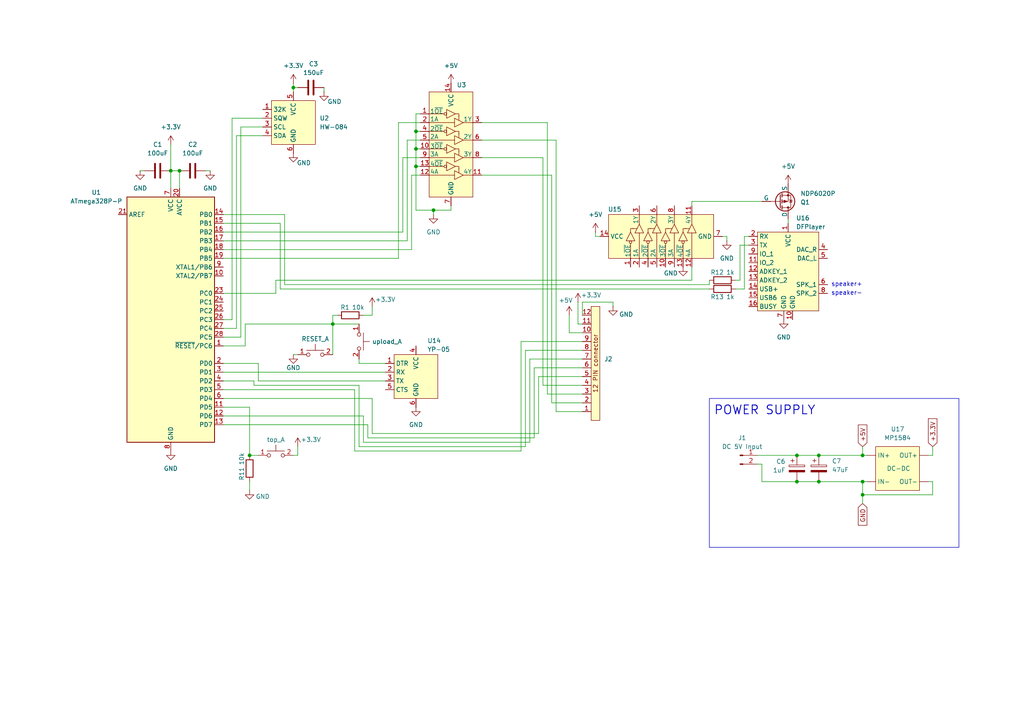
<source format=kicad_sch>
(kicad_sch (version 20250114) (generator "eeschema") (generator_version "9.0")
  (paper "A4")
  (lib_symbols
    (symbol "Connector:Conn_01x02_Pin" (pin_names (offset 1.016) (hide yes))
      (property "Reference" "J" (at 0 2.54 0))
      (property "Value" "Conn_01x02_Pin" (at 0 -5.08 0))
      (symbol "Conn_01x02_Pin_1_1"
        (rectangle (start 0.8636 0.127) (end 0 -0.127) (stroke (width 0.1524)) (fill (type outline)))
        (rectangle (start 0.8636 -2.413) (end 0 -2.667) (stroke (width 0.1524)) (fill (type outline)))
        (polyline (pts (xy 1.27 0) (xy 0.8636 0)) (stroke (width 0.1524)))
        (polyline (pts (xy 1.27 -2.54) (xy 0.8636 -2.54)) (stroke (width 0.1524)))
        (pin passive line (at 5.08 0 180) (length 3.81) (name "Pin_1") (number "1"))
        (pin passive line (at 5.08 -2.54 180) (length 3.81) (name "Pin_2") (number "2"))
      )
    )
    (symbol "CustomLib:12_Pin_IDC_male_connector"
      (property "Reference" "J" (at 0.762 1.016 0))
      (symbol "12_Pin_IDC_male_connector_1_1"
        (rectangle (start -1.27 0) (end 1.27 -33.02) (fill (type background)))
        (text "12 PIN connector" (at 0 -16.51 900) (effects (font (size 1.27 1.27))))
        (pin bidirectional line (at 3.81 -2.54 180) (length 2.54) (name "") (number "1"))
        (pin bidirectional line (at 3.81 -5.08 180) (length 2.54) (name "") (number "2"))
        (pin bidirectional line (at 3.81 -7.62 180) (length 2.54) (name "") (number "3"))
        (pin bidirectional line (at 3.81 -10.16 180) (length 2.54) (name "") (number "4"))
        (pin bidirectional line (at 3.81 -12.7 180) (length 2.54) (name "") (number "5"))
        (pin bidirectional line (at 3.81 -15.24 180) (length 2.54) (name "") (number "6"))
        (pin bidirectional line (at 3.81 -17.78 180) (length 2.54) (name "") (number "7"))
        (pin bidirectional line (at 3.81 -20.32 180) (length 2.54) (name "") (number "8"))
        (pin bidirectional line (at 3.81 -22.86 180) (length 2.54) (name "") (number "9"))
        (pin bidirectional line (at 3.81 -25.4 180) (length 2.54) (name "") (number "10"))
        (pin bidirectional line (at 3.81 -27.94 180) (length 2.54) (name "") (number "11"))
        (pin bidirectional line (at 3.81 -30.48 180) (length 2.54) (name "") (number "12"))
      )
    )
    (symbol "CustomLib:DFPlayer"
      (property "Reference" "U" (at 1.016 2.794 0))
      (property "Value" "DFPlayer" (at 1.016 0.762 0))
      (symbol "DFPlayer_1_1"
        (rectangle (start -8.89 0) (end 8.89 -22.86) (fill (type background)))
        (pin output line (at -11.43 -1.27 0) (length 2.54) (name "RX") (number "2"))
        (pin output line (at -11.43 -3.81 0) (length 2.54) (name "TX") (number "3"))
        (pin output line (at -11.43 -6.35 0) (length 2.54) (name "IO_1") (number "9"))
        (pin output line (at -11.43 -8.89 0) (length 2.54) (name "IO_2") (number "11"))
        (pin output line (at -11.43 -11.43 0) (length 2.54) (name "ADKEY_1") (number "12"))
        (pin output line (at -11.43 -13.97 0) (length 2.54) (name "ADKEY_2") (number "13"))
        (pin output line (at -11.43 -16.51 0) (length 2.54) (name "USB+") (number "14"))
        (pin output line (at -11.43 -19.05 0) (length 2.54) (name "USB6") (number "15"))
        (pin output line (at -11.43 -21.59 0) (length 2.54) (name "BUSY") (number "16"))
        (pin output line (at -1.27 -25.4 90) (length 2.54) (name "GND") (number "7"))
        (pin output line (at 0 2.54 270) (length 2.54) (name "VCC") (number "1"))
        (pin output line (at 1.27 -25.4 90) (length 2.54) (name "GND") (number "10"))
        (pin output line (at 11.43 -5.08 180) (length 2.54) (name "DAC_R") (number "4"))
        (pin output line (at 11.43 -7.62 180) (length 2.54) (name "DAC_L") (number "5"))
        (pin output line (at 11.43 -15.24 180) (length 2.54) (name "SPK_1") (number "6"))
        (pin output line (at 11.43 -17.78 180) (length 2.54) (name "SPK_2") (number "8"))
      )
    )
    (symbol "CustomLib:HW-084"
      (property "Reference" "U" (at 0.508 2.286 0))
      (property "Value" "HW-084" (at 0.508 0.508 0))
      (symbol "HW-084_1_1"
        (rectangle (start -6.35 0) (end 6.35 -12.7) (fill (type background)))
        (pin output line (at -8.89 -2.54 0) (length 2.54) (name "32K") (number "1"))
        (pin output line (at -8.89 -5.08 0) (length 2.54) (name "SQW") (number "2"))
        (pin input line (at -8.89 -7.62 0) (length 2.54) (name "SCL") (number "3"))
        (pin bidirectional line (at -8.89 -10.16 0) (length 2.54) (name "SDA") (number "4"))
        (pin output line (at 0 2.54 270) (length 2.54) (name "VCC") (number "5"))
        (pin output line (at 0 -15.24 90) (length 2.54) (name "GND") (number "6"))
      )
    )
    (symbol "CustomLib:MP1584"
      (property "Reference" "U" (at 0.508 2.286 0))
      (property "Value" "MP1584" (at 0.508 0.508 0))
      (symbol "MP1584_1_0"
        (pin input line (at 8.89 -10.16 180) (length 2.54) (name "OUT-") (number ""))
      )
      (symbol "MP1584_1_1"
        (rectangle (start -6.35 0) (end 6.35 -12.7) (fill (type background)))
        (text "DC-DC" (at 0.254 -6.35 0) (effects (font (size 1.27 1.27))))
        (pin input line (at -8.89 -2.54 0) (length 2.54) (name "IN+") (number ""))
        (pin input line (at -8.89 -10.16 0) (length 2.54) (name "IN-") (number ""))
        (pin input line (at 8.89 -2.54 180) (length 2.54) (name "OUT+") (number ""))
      )
    )
    (symbol "CustomLib:SN74AHCT125N"
      (property "Reference" "U" (at 1.016 -2.54 0))
      (property "Value" "SN74AHCT125N" (at 1.016 -4.318 0))
      (symbol "SN74AHCT125N_1_1"
        (rectangle (start -6.35 -5.08) (end 6.35 -35.56) (fill (type background)))
        (polyline (pts (xy -2.032 -11.43) (xy -6.604 -11.43)))
        (polyline (pts (xy -2.032 -16.51) (xy -6.604 -16.51)))
        (polyline (pts (xy -2.032 -21.59) (xy -6.604 -21.59)))
        (polyline (pts (xy -2.032 -26.67) (xy -6.604 -26.67)))
        (circle (center -1.651 -11.43) (radius 0.381))
        (circle (center -1.651 -16.51) (radius 0.381))
        (circle (center -1.651 -21.59) (radius 0.381))
        (circle (center -1.651 -26.67) (radius 0.381))
        (polyline (pts (xy -1.27 -10.16) (xy 1.27 -11.43) (xy -1.27 -12.7) (xy -1.27 -10.16)))
        (polyline (pts (xy -1.27 -15.24) (xy 1.27 -16.51) (xy -1.27 -17.78) (xy -1.27 -15.24)))
        (polyline (pts (xy -1.27 -20.32) (xy 1.27 -21.59) (xy -1.27 -22.86) (xy -1.27 -20.32)))
        (polyline (pts (xy -1.27 -25.4) (xy 1.27 -26.67) (xy -1.27 -27.94) (xy -1.27 -25.4)))
        (polyline (pts (xy 0.508 -13.97) (xy 0.508 -13.97)))
        (polyline (pts (xy 0.508 -19.05) (xy 0.508 -19.05)))
        (polyline (pts (xy 0.508 -24.13) (xy 0.508 -24.13)))
        (polyline (pts (xy 0.508 -29.21) (xy 0.508 -29.21)))
        (polyline (pts (xy 1.016 -12.7) (xy 3.556 -13.97) (xy 1.016 -15.24) (xy 1.016 -12.7)))
        (polyline (pts (xy 1.016 -13.97) (xy -6.604 -13.97)))
        (polyline (pts (xy 1.016 -17.78) (xy 3.556 -19.05) (xy 1.016 -20.32) (xy 1.016 -17.78)))
        (polyline (pts (xy 1.016 -19.05) (xy -6.604 -19.05)))
        (polyline (pts (xy 1.016 -22.86) (xy 3.556 -24.13) (xy 1.016 -25.4) (xy 1.016 -22.86)))
        (polyline (pts (xy 1.016 -24.13) (xy -6.604 -24.13)))
        (polyline (pts (xy 1.016 -27.94) (xy 3.556 -29.21) (xy 1.016 -30.48) (xy 1.016 -27.94)))
        (polyline (pts (xy 1.016 -29.21) (xy -6.604 -29.21)))
        (polyline (pts (xy 1.27 -11.43) (xy 2.286 -11.43) (xy 2.286 -12.192)))
        (polyline (pts (xy 1.27 -16.51) (xy 2.286 -16.51) (xy 2.286 -17.272)))
        (polyline (pts (xy 1.27 -21.59) (xy 2.286 -21.59) (xy 2.286 -22.352)))
        (polyline (pts (xy 1.27 -26.67) (xy 2.286 -26.67) (xy 2.286 -27.432)))
        (polyline (pts (xy 3.556 -13.97) (xy 6.35 -13.97)))
        (polyline (pts (xy 3.556 -19.05) (xy 6.604 -19.05)))
        (polyline (pts (xy 3.556 -24.13) (xy 6.604 -24.13)))
        (polyline (pts (xy 3.556 -29.21) (xy 6.604 -29.21)))
        (text "1~{OE}" (at -6.096 -11.43 0) (effects (font (size 1.27 1.27)) (justify left bottom)))
        (text "1A" (at -6.096 -13.716 0) (effects (font (size 1.27 1.27)) (justify left bottom)))
        (text "2~{OE}" (at -6.096 -16.51 0) (effects (font (size 1.27 1.27)) (justify left bottom)))
        (text "2A" (at -6.096 -18.796 0) (effects (font (size 1.27 1.27)) (justify left bottom)))
        (text "3~{OE}" (at -6.096 -21.59 0) (effects (font (size 1.27 1.27)) (justify left bottom)))
        (text "3A" (at -6.096 -23.876 0) (effects (font (size 1.27 1.27)) (justify left bottom)))
        (text "4~{OE}" (at -6.096 -26.67 0) (effects (font (size 1.27 1.27)) (justify left bottom)))
        (text "4A" (at -6.096 -28.956 0) (effects (font (size 1.27 1.27)) (justify left bottom)))
        (text "I\n" (at 2.286 -12.7 0) (effects (font (size 1.27 1.27))))
        (text "I\n" (at 2.286 -17.78 0) (effects (font (size 1.27 1.27))))
        (text "I\n" (at 2.286 -22.86 0) (effects (font (size 1.27 1.27))))
        (text "I\n" (at 2.286 -27.94 0) (effects (font (size 1.27 1.27))))
        (text "1Y" (at 6.096 -13.716 0) (effects (font (size 1.27 1.27)) (justify right bottom)))
        (text "2Y" (at 6.096 -18.796 0) (effects (font (size 1.27 1.27)) (justify right bottom)))
        (text "3Y" (at 6.096 -23.876 0) (effects (font (size 1.27 1.27)) (justify right bottom)))
        (text "4Y" (at 6.096 -28.956 0) (effects (font (size 1.27 1.27)) (justify right bottom)))
        (pin input line (at -8.89 -11.43 0) (length 2.54) (name "") (number "1"))
        (pin input line (at -8.89 -13.97 0) (length 2.54) (name "") (number "2"))
        (pin input line (at -8.89 -16.51 0) (length 2.54) (name "") (number "4"))
        (pin input line (at -8.89 -19.05 0) (length 2.54) (name "") (number "5"))
        (pin input line (at -8.89 -21.59 0) (length 2.54) (name "") (number "10"))
        (pin input line (at -8.89 -24.13 0) (length 2.54) (name "") (number "9"))
        (pin input line (at -8.89 -26.67 0) (length 2.54) (name "") (number "13"))
        (pin input line (at -8.89 -29.21 0) (length 2.54) (name "") (number "12"))
        (pin input line (at 0 -2.54 270) (length 2.54) (name "VCC") (number "14"))
        (pin input line (at 0 -38.1 90) (length 2.54) (name "GND") (number "7"))
        (pin output line (at 8.89 -13.97 180) (length 2.54) (name "") (number "3"))
        (pin output line (at 8.89 -19.05 180) (length 2.54) (name "") (number "6"))
        (pin output line (at 8.89 -24.13 180) (length 2.54) (name "") (number "8"))
        (pin output line (at 8.89 -29.21 180) (length 2.54) (name "") (number "11"))
      )
    )
    (symbol "CustomLib:YP-05"
      (property "Reference" "U" (at 0.254 2.286 0))
      (property "Value" "YP-05" (at 0.508 0.508 0))
      (symbol "YP-05_1_1"
        (rectangle (start -6.35 0) (end 6.35 -12.7) (fill (type background)))
        (pin input line (at -8.89 -2.54 0) (length 2.54) (name "DTR") (number "1"))
        (pin input line (at -8.89 -5.08 0) (length 2.54) (name "RX") (number "2"))
        (pin input line (at -8.89 -7.62 0) (length 2.54) (name "TX") (number "3"))
        (pin input line (at -8.89 -10.16 0) (length 2.54) (name "CTS") (number "5"))
        (pin input line (at 0 2.54 270) (length 2.54) (name "VCC") (number "4"))
        (pin input line (at 0 -15.24 90) (length 2.54) (name "GND") (number "6"))
      )
    )
    (symbol "Device:C" (pin_numbers (hide yes)) (pin_names (offset 0.254))
      (property "Reference" "C" (at 0.635 2.54 0))
      (property "Value" "C" (at 0.635 -2.54 0))
      (symbol "C_0_1"
        (polyline (pts (xy -2.032 0.762) (xy 2.032 0.762)) (stroke (width 0.508)))
        (polyline (pts (xy -2.032 -0.762) (xy 2.032 -0.762)) (stroke (width 0.508)))
      )
      (symbol "C_1_1"
        (pin passive line (at 0 3.81 270) (length 2.794) (name "~") (number "1"))
        (pin passive line (at 0 -3.81 90) (length 2.794) (name "~") (number "2"))
      )
    )
    (symbol "Device:C_Polarized" (pin_numbers (hide yes)) (pin_names (offset 0.254))
      (property "Reference" "C" (at 0.635 2.54 0))
      (property "Value" "C_Polarized" (at 0.635 -2.54 0))
      (symbol "C_Polarized_0_1"
        (rectangle (start -2.286 0.508) (end 2.286 1.016))
        (polyline (pts (xy -1.778 2.286) (xy -0.762 2.286)))
        (polyline (pts (xy -1.27 2.794) (xy -1.27 1.778)))
        (rectangle (start 2.286 -0.508) (end -2.286 -1.016) (fill (type outline)))
      )
      (symbol "C_Polarized_1_1"
        (pin passive line (at 0 3.81 270) (length 2.794) (name "~") (number "1"))
        (pin passive line (at 0 -3.81 90) (length 2.794) (name "~") (number "2"))
      )
    )
    (symbol "Device:R" (pin_numbers (hide yes)) (pin_names (offset 0))
      (property "Reference" "R" (at 2.032 0 90))
      (property "Value" "R" (at 0 0 90))
      (symbol "R_0_1"
        (rectangle (start -1.016 -2.54) (end 1.016 2.54) (stroke (width 0.254)))
      )
      (symbol "R_1_1"
        (pin passive line (at 0 3.81 270) (length 1.27) (name "~") (number "1"))
        (pin passive line (at 0 -3.81 90) (length 1.27) (name "~") (number "2"))
      )
    )
    (symbol "MCU_Microchip_ATmega:ATmega328P-P"
      (property "Reference" "U" (at -12.7 36.83 0))
      (property "Value" "ATmega328P-P" (at 2.54 -36.83 0))
      (symbol "ATmega328P-P_0_1"
        (rectangle (start -12.7 -35.56) (end 12.7 35.56) (stroke (width 0.254)) (fill (type background)))
      )
      (symbol "ATmega328P-P_1_1"
        (pin passive line (at -15.24 30.48 0) (length 2.54) (name "AREF") (number "21"))
        (pin power_in line (at 0 38.1 270) (length 2.54) (name "VCC") (number "7"))
        (pin passive line (at 0 -38.1 90) (length 2.54) (hide yes) (name "GND") (number "22"))
        (pin power_in line (at 0 -38.1 90) (length 2.54) (name "GND") (number "8"))
        (pin power_in line (at 2.54 38.1 270) (length 2.54) (name "AVCC") (number "20"))
        (pin bidirectional line (at 15.24 30.48 180) (length 2.54) (name "PB0") (number "14"))
        (pin bidirectional line (at 15.24 27.94 180) (length 2.54) (name "PB1") (number "15"))
        (pin bidirectional line (at 15.24 25.4 180) (length 2.54) (name "PB2") (number "16"))
        (pin bidirectional line (at 15.24 22.86 180) (length 2.54) (name "PB3") (number "17"))
        (pin bidirectional line (at 15.24 20.32 180) (length 2.54) (name "PB4") (number "18"))
        (pin bidirectional line (at 15.24 17.78 180) (length 2.54) (name "PB5") (number "19"))
        (pin bidirectional line (at 15.24 15.24 180) (length 2.54) (name "XTAL1/PB6") (number "9"))
        (pin bidirectional line (at 15.24 12.7 180) (length 2.54) (name "XTAL2/PB7") (number "10"))
        (pin bidirectional line (at 15.24 7.62 180) (length 2.54) (name "PC0") (number "23"))
        (pin bidirectional line (at 15.24 5.08 180) (length 2.54) (name "PC1") (number "24"))
        (pin bidirectional line (at 15.24 2.54 180) (length 2.54) (name "PC2") (number "25"))
        (pin bidirectional line (at 15.24 0 180) (length 2.54) (name "PC3") (number "26"))
        (pin bidirectional line (at 15.24 -2.54 180) (length 2.54) (name "PC4") (number "27"))
        (pin bidirectional line (at 15.24 -5.08 180) (length 2.54) (name "PC5") (number "28"))
        (pin bidirectional line (at 15.24 -7.62 180) (length 2.54) (name "~{RESET}/PC6") (number "1"))
        (pin bidirectional line (at 15.24 -12.7 180) (length 2.54) (name "PD0") (number "2"))
        (pin bidirectional line (at 15.24 -15.24 180) (length 2.54) (name "PD1") (number "3"))
        (pin bidirectional line (at 15.24 -17.78 180) (length 2.54) (name "PD2") (number "4"))
        (pin bidirectional line (at 15.24 -20.32 180) (length 2.54) (name "PD3") (number "5"))
        (pin bidirectional line (at 15.24 -22.86 180) (length 2.54) (name "PD4") (number "6"))
        (pin bidirectional line (at 15.24 -25.4 180) (length 2.54) (name "PD5") (number "11"))
        (pin bidirectional line (at 15.24 -27.94 180) (length 2.54) (name "PD6") (number "12"))
        (pin bidirectional line (at 15.24 -30.48 180) (length 2.54) (name "PD7") (number "13"))
      )
    )
    (symbol "Simulation_SPICE:PMOS" (pin_numbers (hide yes)) (pin_names (offset 0))
      (property "Reference" "Q" (at 5.08 1.27 0))
      (property "Value" "PMOS" (at 5.08 -1.27 0))
      (symbol "PMOS_0_1"
        (polyline (pts (xy 0.254 1.905) (xy 0.254 -1.905)) (stroke (width 0.254)))
        (polyline (pts (xy 0.254 0) (xy -2.54 0)))
        (polyline (pts (xy 0.762 2.286) (xy 0.762 1.27)) (stroke (width 0.254)))
        (polyline (pts (xy 0.762 1.778) (xy 3.302 1.778) (xy 3.302 -1.778) (xy 0.762 -1.778)))
        (polyline (pts (xy 0.762 0.508) (xy 0.762 -0.508)) (stroke (width 0.254)))
        (polyline (pts (xy 0.762 -1.27) (xy 0.762 -2.286)) (stroke (width 0.254)))
        (circle (center 1.651 0) (radius 2.794) (stroke (width 0.254)))
        (polyline (pts (xy 2.286 0) (xy 1.27 0.381) (xy 1.27 -0.381) (xy 2.286 0)) (fill (type outline)))
        (polyline (pts (xy 2.54 2.54) (xy 2.54 1.778)))
        (circle (center 2.54 1.778) (radius 0.254) (fill (type outline)))
        (circle (center 2.54 -1.778) (radius 0.254) (fill (type outline)))
        (polyline (pts (xy 2.54 -2.54) (xy 2.54 0) (xy 0.762 0)))
        (polyline (pts (xy 2.794 -0.508) (xy 2.921 -0.381) (xy 3.683 -0.381) (xy 3.81 -0.254)))
        (polyline (pts (xy 3.302 -0.381) (xy 2.921 0.254) (xy 3.683 0.254) (xy 3.302 -0.381)))
      )
      (symbol "PMOS_1_1"
        (pin input line (at -5.08 0 0) (length 2.54) (name "G") (number "2"))
        (pin passive line (at 2.54 5.08 270) (length 2.54) (name "D") (number "1"))
        (pin passive line (at 2.54 -5.08 90) (length 2.54) (name "S") (number "3"))
      )
    )
    (symbol "Switch:SW_Push_Dual_x2" (pin_names (offset 1.016) (hide yes))
      (property "Reference" "SW" (at 1.27 2.54 0))
      (property "Value" "SW_Push_Dual_x2" (at 0 -1.524 0))
      (symbol "SW_Push_Dual_x2_0_1"
        (circle (center -2.032 0) (radius 0.508))
        (polyline (pts (xy 0 1.27) (xy 0 3.048)))
        (circle (center 2.032 0) (radius 0.508))
        (polyline (pts (xy 2.54 1.27) (xy -2.54 1.27)))
      )
      (symbol "SW_Push_Dual_x2_1_1"
        (pin passive line (at -5.08 0 0) (length 2.54) (name "C") (number "1"))
        (pin passive line (at 5.08 0 180) (length 2.54) (name "D") (number "2"))
      )
      (symbol "SW_Push_Dual_x2_2_1"
        (pin passive line (at -5.08 0 0) (length 2.54) (name "C") (number "3"))
        (pin passive line (at 5.08 0 180) (length 2.54) (name "D") (number "4"))
      )
    )
    (symbol "power:+3.3V" (power) (pin_numbers (hide yes)) (pin_names (offset 0) (hide yes))
      (property "Value" "+3.3V" (at 0 3.556 0))
      (symbol "+3.3V_0_1"
        (polyline (pts (xy -0.762 1.27) (xy 0 2.54)))
        (polyline (pts (xy 0 2.54) (xy 0.762 1.27)))
        (polyline (pts (xy 0 0) (xy 0 2.54)))
      )
      (symbol "+3.3V_1_1"
        (pin power_in line (at 0 0 90) (length 0) (name "~") (number "1"))
      )
    )
    (symbol "power:+5V" (power) (pin_numbers (hide yes)) (pin_names (offset 0) (hide yes))
      (property "Value" "+5V" (at 0 3.556 0))
      (symbol "+5V_0_1"
        (polyline (pts (xy -0.762 1.27) (xy 0 2.54)))
        (polyline (pts (xy 0 2.54) (xy 0.762 1.27)))
        (polyline (pts (xy 0 0) (xy 0 2.54)))
      )
      (symbol "+5V_1_1"
        (pin power_in line (at 0 0 90) (length 0) (name "~") (number "1"))
      )
    )
    (symbol "power:GND" (power) (pin_numbers (hide yes)) (pin_names (offset 0) (hide yes))
      (property "Value" "GND" (at 0 -3.81 0))
      (symbol "GND_0_1"
        (polyline (pts (xy 0 0) (xy 0 -1.27) (xy 1.27 -1.27) (xy 0 -2.54) (xy -1.27 -1.27) (xy 0 -1.27)))
      )
      (symbol "GND_1_1"
        (pin power_in line (at 0 0 270) (length 0) (name "~") (number "1"))
      )
    )
  )
  (rectangle (start 205.74 115.57) (end 278.13 158.75))
  (text "POWER SUPPLY" (at 207.01 117.602 0) (effects (font (size 2.54 2.54) (thickness 0.254) (bold yes)) (justify left top)))
  (text "speaker+" (at 245.618 82.55 0) (effects (font (size 1.27 1.27))))
  (text "speaker-" (at 245.618 85.09 0) (effects (font (size 1.27 1.27))))
  (junction (at 120.65 38.1))
  (junction (at 49.53 49.53))
  (junction (at 250.19 143.51))
  (junction (at 125.73 60.96))
  (junction (at 250.19 139.7))
  (junction (at 120.65 48.26))
  (junction (at 231.14 139.7))
  (junction (at 52.07 49.53))
  (junction (at 72.39 132.08))
  (junction (at 85.09 25.4))
  (junction (at 231.14 132.08))
  (junction (at 250.19 132.08))
  (junction (at 237.49 139.7))
  (junction (at 237.49 132.08))
  (junction (at 96.52 93.98))
  (junction (at 120.65 43.18))
  (wire (pts (xy 85.09 102.87) (xy 86.36 102.87)))
  (wire (pts (xy 64.77 123.19) (xy 106.68 123.19)))
  (wire (pts (xy 107.95 91.44) (xy 107.95 88.9)))
  (wire (pts (xy 151.13 99.06) (xy 168.91 99.06)))
  (wire (pts (xy 168.91 87.63) (xy 177.8 87.63)))
  (wire (pts (xy 64.77 120.65) (xy 105.41 120.65)))
  (wire (pts (xy 160.02 116.84) (xy 168.91 116.84)))
  (wire (pts (xy 64.77 113.03) (xy 102.87 113.03)))
  (wire (pts (xy 76.2 36.83) (xy 69.85 36.83)))
  (wire (pts (xy 85.09 132.08) (xy 86.36 132.08)))
  (wire (pts (xy 119.38 50.8) (xy 121.92 50.8)))
  (wire (pts (xy 64.77 64.77) (xy 81.28 64.77)))
  (wire (pts (xy 76.2 34.29) (xy 67.31 34.29)))
  (wire (pts (xy 125.73 62.23) (xy 125.73 60.96)))
  (wire (pts (xy 120.65 60.96) (xy 125.73 60.96)))
  (wire (pts (xy 107.95 125.73) (xy 156.21 125.73)))
  (wire (pts (xy 104.14 111.76) (xy 104.14 129.54)))
  (wire (pts (xy 106.68 123.19) (xy 106.68 127)))
  (wire (pts (xy 102.87 113.03) (xy 102.87 130.81)))
  (wire (pts (xy 205.74 82.55) (xy 205.74 81.28)))
  (wire (pts (xy 200.66 58.42) (xy 220.98 58.42)))
  (wire (pts (xy 85.09 25.4) (xy 85.09 26.67)))
  (wire (pts (xy 111.76 110.49) (xy 74.93 110.49)))
  (wire (pts (xy 81.28 64.77) (xy 81.28 83.82)))
  (wire (pts (xy 231.14 132.08) (xy 237.49 132.08)))
  (wire (pts (xy 64.77 67.31) (xy 116.84 67.31)))
  (wire (pts (xy 270.51 132.08) (xy 270.51 129.54)))
  (wire (pts (xy 200.66 59.69) (xy 200.66 58.42)))
  (wire (pts (xy 82.55 82.55) (xy 82.55 62.23)))
  (wire (pts (xy 107.95 115.57) (xy 107.95 125.73)))
  (wire (pts (xy 106.68 127) (xy 154.94 127)))
  (wire (pts (xy 156.21 109.22) (xy 168.91 109.22)))
  (wire (pts (xy 214.63 81.28) (xy 214.63 71.12)))
  (wire (pts (xy 60.96 49.53) (xy 59.69 49.53)))
  (wire (pts (xy 72.39 132.08) (xy 74.93 132.08)))
  (wire (pts (xy 71.12 93.98) (xy 71.12 100.33)))
  (wire (pts (xy 215.9 83.82) (xy 215.9 68.58)))
  (wire (pts (xy 71.12 100.33) (xy 64.77 100.33)))
  (wire (pts (xy 270.51 143.51) (xy 250.19 143.51)))
  (wire (pts (xy 130.81 60.96) (xy 130.81 59.69)))
  (wire (pts (xy 80.01 85.09) (xy 64.77 85.09)))
  (wire (pts (xy 74.93 110.49) (xy 74.93 105.41)))
  (wire (pts (xy 153.67 128.27) (xy 153.67 104.14)))
  (wire (pts (xy 105.41 91.44) (xy 107.95 91.44)))
  (wire (pts (xy 73.66 111.76) (xy 104.14 111.76)))
  (wire (pts (xy 85.09 25.4) (xy 86.36 25.4)))
  (wire (pts (xy 213.36 83.82) (xy 215.9 83.82)))
  (wire (pts (xy 49.53 49.53) (xy 52.07 49.53)))
  (wire (pts (xy 81.28 83.82) (xy 205.74 83.82)))
  (wire (pts (xy 111.76 105.41) (xy 104.14 105.41)))
  (wire (pts (xy 120.65 43.18) (xy 120.65 48.26)))
  (wire (pts (xy 72.39 139.7) (xy 72.39 142.24)))
  (wire (pts (xy 49.53 41.91) (xy 49.53 49.53)))
  (wire (pts (xy 120.65 33.02) (xy 120.65 38.1)))
  (wire (pts (xy 85.09 24.13) (xy 85.09 25.4)))
  (wire (pts (xy 250.19 132.08) (xy 251.46 132.08)))
  (wire (pts (xy 105.41 120.65) (xy 105.41 128.27)))
  (wire (pts (xy 139.7 40.64) (xy 161.29 40.64)))
  (wire (pts (xy 139.7 35.56) (xy 158.75 35.56)))
  (wire (pts (xy 41.91 49.53) (xy 40.64 49.53)))
  (wire (pts (xy 165.1 96.52) (xy 168.91 96.52)))
  (wire (pts (xy 118.11 40.64) (xy 121.92 40.64)))
  (wire (pts (xy 250.19 143.51) (xy 250.19 146.05)))
  (wire (pts (xy 250.19 139.7) (xy 250.19 143.51)))
  (wire (pts (xy 104.14 105.41) (xy 104.14 104.14)))
  (wire (pts (xy 52.07 49.53) (xy 52.07 54.61)))
  (wire (pts (xy 250.19 139.7) (xy 251.46 139.7)))
  (wire (pts (xy 228.6 63.5) (xy 228.6 64.77)))
  (wire (pts (xy 154.94 127) (xy 154.94 106.68)))
  (wire (pts (xy 139.7 45.72) (xy 157.48 45.72)))
  (wire (pts (xy 269.24 132.08) (xy 270.51 132.08)))
  (wire (pts (xy 64.77 105.41) (xy 74.93 105.41)))
  (wire (pts (xy 97.79 91.44) (xy 96.52 91.44)))
  (wire (pts (xy 237.49 132.08) (xy 250.19 132.08)))
  (wire (pts (xy 67.31 34.29) (xy 67.31 92.71)))
  (wire (pts (xy 151.13 130.81) (xy 151.13 99.06)))
  (wire (pts (xy 220.98 139.7) (xy 231.14 139.7)))
  (wire (pts (xy 161.29 119.38) (xy 168.91 119.38)))
  (wire (pts (xy 93.98 25.4) (xy 93.98 26.67)))
  (wire (pts (xy 102.87 130.81) (xy 151.13 130.81)))
  (wire (pts (xy 172.72 67.31) (xy 172.72 68.58)))
  (wire (pts (xy 121.92 38.1) (xy 120.65 38.1)))
  (wire (pts (xy 96.52 93.98) (xy 104.14 93.98)))
  (wire (pts (xy 120.65 38.1) (xy 120.65 43.18)))
  (wire (pts (xy 214.63 71.12) (xy 217.17 71.12)))
  (wire (pts (xy 158.75 114.3) (xy 168.91 114.3)))
  (wire (pts (xy 156.21 125.73) (xy 156.21 109.22)))
  (wire (pts (xy 157.48 45.72) (xy 157.48 111.76)))
  (wire (pts (xy 104.14 129.54) (xy 152.4 129.54)))
  (wire (pts (xy 68.58 39.37) (xy 68.58 95.25)))
  (wire (pts (xy 153.67 104.14) (xy 168.91 104.14)))
  (wire (pts (xy 167.64 87.63) (xy 167.64 93.98)))
  (wire (pts (xy 72.39 118.11) (xy 72.39 132.08)))
  (wire (pts (xy 200.66 77.47) (xy 200.66 81.28)))
  (wire (pts (xy 139.7 50.8) (xy 160.02 50.8)))
  (wire (pts (xy 205.74 82.55) (xy 82.55 82.55)))
  (wire (pts (xy 118.11 40.64) (xy 118.11 69.85)))
  (wire (pts (xy 64.77 107.95) (xy 111.76 107.95)))
  (wire (pts (xy 154.94 106.68) (xy 168.91 106.68)))
  (wire (pts (xy 172.72 68.58) (xy 173.99 68.58)))
  (wire (pts (xy 69.85 36.83) (xy 69.85 97.79)))
  (wire (pts (xy 177.8 87.63) (xy 177.8 88.9)))
  (wire (pts (xy 237.49 139.7) (xy 250.19 139.7)))
  (wire (pts (xy 64.77 74.93) (xy 115.57 74.93)))
  (wire (pts (xy 231.14 139.7) (xy 237.49 139.7)))
  (wire (pts (xy 68.58 95.25) (xy 64.77 95.25)))
  (wire (pts (xy 165.1 91.44) (xy 165.1 96.52)))
  (wire (pts (xy 67.31 92.71) (xy 64.77 92.71)))
  (wire (pts (xy 73.66 110.49) (xy 73.66 111.76)))
  (wire (pts (xy 76.2 39.37) (xy 68.58 39.37)))
  (wire (pts (xy 71.12 93.98) (xy 96.52 93.98)))
  (wire (pts (xy 152.4 129.54) (xy 152.4 101.6)))
  (wire (pts (xy 158.75 35.56) (xy 158.75 114.3)))
  (wire (pts (xy 220.98 134.62) (xy 220.98 139.7)))
  (wire (pts (xy 125.73 60.96) (xy 130.81 60.96)))
  (wire (pts (xy 219.71 132.08) (xy 231.14 132.08)))
  (wire (pts (xy 86.36 132.08) (xy 86.36 129.54)))
  (wire (pts (xy 210.82 68.58) (xy 210.82 69.85)))
  (wire (pts (xy 64.77 118.11) (xy 72.39 118.11)))
  (wire (pts (xy 115.57 35.56) (xy 121.92 35.56)))
  (wire (pts (xy 157.48 111.76) (xy 168.91 111.76)))
  (wire (pts (xy 82.55 62.23) (xy 64.77 62.23)))
  (wire (pts (xy 209.55 68.58) (xy 210.82 68.58)))
  (wire (pts (xy 96.52 91.44) (xy 96.52 93.98)))
  (wire (pts (xy 96.52 93.98) (xy 96.52 102.87)))
  (wire (pts (xy 269.24 139.7) (xy 270.51 139.7)))
  (wire (pts (xy 69.85 97.79) (xy 64.77 97.79)))
  (wire (pts (xy 121.92 33.02) (xy 120.65 33.02)))
  (wire (pts (xy 80.01 81.28) (xy 80.01 85.09)))
  (wire (pts (xy 119.38 50.8) (xy 119.38 72.39)))
  (wire (pts (xy 167.64 93.98) (xy 168.91 93.98)))
  (wire (pts (xy 80.01 81.28) (xy 200.66 81.28)))
  (wire (pts (xy 152.4 101.6) (xy 168.91 101.6)))
  (wire (pts (xy 64.77 115.57) (xy 107.95 115.57)))
  (wire (pts (xy 116.84 45.72) (xy 121.92 45.72)))
  (wire (pts (xy 250.19 129.54) (xy 250.19 132.08)))
  (wire (pts (xy 115.57 74.93) (xy 115.57 35.56)))
  (wire (pts (xy 120.65 48.26) (xy 121.92 48.26)))
  (wire (pts (xy 118.11 69.85) (xy 64.77 69.85)))
  (wire (pts (xy 49.53 49.53) (xy 49.53 54.61)))
  (wire (pts (xy 116.84 45.72) (xy 116.84 67.31)))
  (wire (pts (xy 215.9 68.58) (xy 217.17 68.58)))
  (wire (pts (xy 105.41 128.27) (xy 153.67 128.27)))
  (wire (pts (xy 161.29 40.64) (xy 161.29 119.38)))
  (wire (pts (xy 120.65 48.26) (xy 120.65 60.96)))
  (wire (pts (xy 219.71 134.62) (xy 220.98 134.62)))
  (wire (pts (xy 213.36 81.28) (xy 214.63 81.28)))
  (wire (pts (xy 120.65 43.18) (xy 121.92 43.18)))
  (wire (pts (xy 64.77 110.49) (xy 73.66 110.49)))
  (wire (pts (xy 160.02 50.8) (xy 160.02 116.84)))
  (wire (pts (xy 168.91 91.44) (xy 168.91 87.63)))
  (wire (pts (xy 270.51 139.7) (xy 270.51 143.51)))
  (wire (pts (xy 64.77 72.39) (xy 119.38 72.39)))
  (global_label "+3.3V" (shape input) (at 270.51 129.54 90) (property "Intersheetrefs" "${INTERSHEET_REFS}" (effects (hide yes))))
  (global_label "GND" (shape input) (at 250.19 146.05 270) (property "Intersheetrefs" "${INTERSHEET_REFS}" (effects (hide yes))))
  (global_label "+5V" (shape input) (at 250.19 129.54 90) (property "Intersheetrefs" "${INTERSHEET_REFS}" (effects (hide yes))))
  (symbol (lib_id "CustomLib:DFPlayer") (at 228.6 67.31 0) (unit 1)
    (property "Reference" "U16" (at 230.886 63.246 0) (effects (justify left)))
    (property "Value" "DFPlayer" (at 230.886 65.786 0) (effects (justify left)))
  )
  (symbol (lib_id "Device:C") (at 55.88 49.53 90) (unit 1)
    (property "Reference" "C2" (at 55.88 41.91 90))
    (property "Value" "100uF" (at 55.88 44.45 90))
    (property "Description" "Unpolarized capacitor" (effects (hide yes)))
  )
  (symbol (lib_id "power:GND") (at 198.12 77.47 0) (unit 1)
    (property "Reference" "#PWR015" (effects (hide yes)))
    (property "Value" "GND" (at 194.564 79.248 0))
    (property "Description" "Power symbol creates a global label with name \"GND\" , ground" (effects (hide yes)))
  )
  (symbol (lib_id "power:GND") (at 93.98 26.67 0) (unit 1)
    (property "Reference" "#PWR026" (effects (hide yes)))
    (property "Value" "GND" (at 97.028 29.464 0))
    (property "Description" "Power symbol creates a global label with name \"GND\" , ground" (effects (hide yes)))
  )
  (symbol (lib_id "Device:R") (at 101.6 91.44 90) (unit 1)
    (property "Reference" "R1" (at 100.076 89.154 90))
    (property "Value" "10k" (at 103.886 89.154 90))
    (property "Description" "Resistor" (effects (hide yes)))
  )
  (symbol (lib_id "power:GND") (at 177.8 88.9 0) (unit 1)
    (property "Reference" "#PWR07" (effects (hide yes)))
    (property "Value" "GND" (at 181.61 91.186 0))
    (property "Description" "Power symbol creates a global label with name \"GND\" , ground" (effects (hide yes)))
  )
  (symbol (lib_id "Device:C_Polarized") (at 231.14 135.89 0) (unit 1)
    (property "Reference" "C6" (at 227.838 133.858 0) (effects (justify right)))
    (property "Value" "1uF" (at 227.838 136.398 0) (effects (justify right)))
    (property "Description" "Polarized capacitor" (effects (hide yes)))
  )
  (symbol (lib_id "CustomLib:MP1584") (at 260.35 129.54 0) (unit 1)
    (property "Reference" "U17" (at 260.35 124.46 0))
    (property "Value" "MP1584" (at 260.35 127 0))
    (property "Description" "DC-DC Step Down Power 3A MP1584 Adjustable" (effects (hide yes)))
  )
  (symbol (lib_id "power:GND") (at 40.64 49.53 0) (unit 1)
    (property "Reference" "#PWR02" (effects (hide yes)))
    (property "Value" "GND" (at 40.64 54.61 0))
    (property "Description" "Power symbol creates a global label with name \"GND\" , ground" (effects (hide yes)))
  )
  (symbol (lib_id "power:+5V") (at 228.6 53.34 0) (unit 1)
    (property "Reference" "#PWR06" (effects (hide yes)))
    (property "Value" "+5V" (at 228.6 48.26 0))
    (property "Description" "Power symbol creates a global label with name \"+5V\"" (effects (hide yes)))
  )
  (symbol (lib_id "Simulation_SPICE:PMOS") (at 226.06 58.42 0) (mirror x) (unit 1)
    (property "Reference" "Q1" (at 232.156 58.674 0) (effects (justify left)))
    (property "Value" "NDP6020P" (at 232.156 56.134 0) (effects (justify left)))
    (property "Datasheet" "https://ngspice.sourceforge.io/docs/ngspice-html-manual/manual.xhtml#cha_MOSFETs" (effects (hide yes)))
    (property "Description" "P-MOSFET transistor, drain/source/gate" (effects (hide yes)))
    (property "Sim.Device" "PMOS" (effects (hide yes)))
    (property "Sim.Type" "VDMOS" (effects (hide yes)))
    (property "Sim.Pins" "1=D 2=G 3=S" (effects (hide yes)))
  )
  (symbol (lib_id "Device:C") (at 90.17 25.4 90) (unit 1)
    (property "Reference" "C3" (at 90.932 18.542 90))
    (property "Value" "150uF" (at 90.932 21.082 90))
    (property "Description" "Unpolarized capacitor" (effects (hide yes)))
  )
  (symbol (lib_id "power:GND") (at 120.65 118.11 0) (unit 1)
    (property "Reference" "#PWR028" (effects (hide yes)))
    (property "Value" "GND" (at 120.65 123.19 0))
    (property "Description" "Power symbol creates a global label with name \"GND\" , ground" (effects (hide yes)))
  )
  (symbol (lib_id "power:+3.3V") (at 86.36 129.54 0) (unit 1)
    (property "Reference" "#PWR05" (effects (hide yes)))
    (property "Value" "+3.3V" (at 90.17 127.508 0))
    (property "Description" "Power symbol creates a global label with name \"+3.3V\"" (effects (hide yes)))
  )
  (symbol (lib_id "power:+3.3V") (at 107.95 88.9 0) (unit 1)
    (property "Reference" "#PWR030" (effects (hide yes)))
    (property "Value" "+3.3V" (at 111.76 86.868 0))
    (property "Description" "Power symbol creates a global label with name \"+3.3V\"" (effects (hide yes)))
  )
  (symbol (lib_id "power:GND") (at 72.39 142.24 0) (unit 1)
    (property "Reference" "#PWR022" (effects (hide yes)))
    (property "Value" "GND" (at 76.2 144.018 0))
    (property "Description" "Power symbol creates a global label with name \"GND\" , ground" (effects (hide yes)))
  )
  (symbol (lib_id "power:+3.3V") (at 85.09 24.13 0) (unit 1)
    (property "Reference" "#PWR023" (effects (hide yes)))
    (property "Value" "+3.3V" (at 85.09 19.05 0))
    (property "Description" "Power symbol creates a global label with name \"+3.3V\"" (effects (hide yes)))
  )
  (symbol (lib_id "Device:R") (at 209.55 83.82 90) (unit 1)
    (property "Reference" "R13" (at 208.026 86.106 90))
    (property "Value" "1k" (at 211.836 86.106 90))
    (property "Description" "Resistor" (effects (hide yes)))
  )
  (symbol (lib_id "power:+5V") (at 165.1 91.44 0) (unit 1)
    (property "Reference" "#PWR09" (effects (hide yes)))
    (property "Value" "+5V" (at 164.084 87.122 0))
    (property "Description" "Power symbol creates a global label with name \"+5V\"" (effects (hide yes)))
  )
  (symbol (lib_id "power:GND") (at 85.09 102.87 0) (unit 1)
    (property "Reference" "#PWR029" (effects (hide yes)))
    (property "Value" "GND" (at 85.09 106.68 0))
    (property "Description" "Power symbol creates a global label with name \"GND\" , ground" (effects (hide yes)))
  )
  (symbol (lib_id "CustomLib:YP-05") (at 120.65 102.87 0) (unit 1)
    (property "Reference" "U14" (at 123.952 98.806 0) (effects (justify left)))
    (property "Value" "YP-05" (at 123.952 101.346 0) (effects (justify left)))
    (property "Description" "YP-05 FTDI FT232L USB C to TTL UART" (effects (hide yes)))
  )
  (symbol (lib_id "CustomLib:SN74AHCT125N") (at 171.45 68.58 90) (unit 1)
    (property "Reference" "U15" (at 178.308 60.706 90))
  )
  (symbol (lib_id "Device:R") (at 72.39 135.89 180) (unit 1)
    (property "Reference" "R11" (at 70.104 137.414 90))
    (property "Value" "10k" (at 70.104 133.096 90))
    (property "Description" "Resistor" (effects (hide yes)))
  )
  (symbol (lib_id "power:+5V") (at 172.72 67.31 0) (unit 1)
    (property "Reference" "#PWR08" (effects (hide yes)))
    (property "Value" "+5V" (at 172.72 62.23 0))
    (property "Description" "Power symbol creates a global label with name \"+5V\"" (effects (hide yes)))
  )
  (symbol (lib_id "Device:R") (at 209.55 81.28 90) (unit 1)
    (property "Reference" "R12" (at 208.026 78.994 90))
    (property "Value" "1k" (at 211.836 78.994 90))
    (property "Description" "Resistor" (effects (hide yes)))
  )
  (symbol (lib_id "CustomLib:HW-084") (at 85.09 29.21 0) (unit 1)
    (property "Reference" "U2" (at 92.71 34.2899 0) (effects (justify left)))
    (property "Value" "HW-084" (at 92.71 36.8299 0) (effects (justify left)))
    (property "Description" "DS3231 RTC module +AT24C32 EEPROM" (effects (hide yes)))
  )
  (symbol (lib_id "power:+5V") (at 130.81 24.13 0) (unit 1)
    (property "Reference" "#PWR011" (effects (hide yes)))
    (property "Value" "+5V" (at 130.81 19.05 0))
    (property "Description" "Power symbol creates a global label with name \"+5V\"" (effects (hide yes)))
  )
  (symbol (lib_id "Switch:SW_Push_Dual_x2") (at 104.14 99.06 270) (unit 1)
    (property "Reference" "upload_" (at 112.268 99.06 90))
    (property "Value" "SW_Push_Dual_x2" (effects (hide yes)))
    (property "Description" "Push button switch, generic, separate symbols, four pins" (effects (hide yes)))
  )
  (symbol (lib_id "power:GND") (at 85.09 44.45 0) (unit 1)
    (property "Reference" "#PWR027" (effects (hide yes)))
    (property "Value" "GND" (at 88.138 47.244 0))
    (property "Description" "Power symbol creates a global label with name \"GND\" , ground" (effects (hide yes)))
  )
  (symbol (lib_id "Switch:SW_Push_Dual_x2") (at 80.01 132.08 0) (unit 1)
    (property "Reference" "top_" (at 80.01 127.508 0))
    (property "Value" "SW_Push_Dual_x2" (effects (hide yes)))
    (property "Description" "Push button switch, generic, separate symbols, four pins" (effects (hide yes)))
  )
  (symbol (lib_id "power:GND") (at 210.82 69.85 0) (unit 1)
    (property "Reference" "#PWR013" (effects (hide yes)))
    (property "Value" "GND" (at 210.82 74.93 0))
    (property "Description" "Power symbol creates a global label with name \"GND\" , ground" (effects (hide yes)))
  )
  (symbol (lib_id "Device:C") (at 45.72 49.53 90) (unit 1)
    (property "Reference" "C1" (at 45.72 41.91 90))
    (property "Value" "100uF" (at 45.72 44.45 90))
    (property "Description" "Unpolarized capacitor" (effects (hide yes)))
  )
  (symbol (lib_id "power:GND") (at 125.73 62.23 0) (unit 1)
    (property "Reference" "#PWR010" (effects (hide yes)))
    (property "Value" "GND" (at 125.73 67.31 0))
    (property "Description" "Power symbol creates a global label with name \"GND\" , ground" (effects (hide yes)))
  )
  (symbol (lib_id "power:GND") (at 227.33 92.71 0) (unit 1)
    (property "Reference" "#PWR014" (effects (hide yes)))
    (property "Value" "GND" (at 227.33 97.79 0))
    (property "Description" "Power symbol creates a global label with name \"GND\" , ground" (effects (hide yes)))
  )
  (symbol (lib_id "CustomLib:SN74AHCT125N") (at 130.81 21.59 0) (unit 1)
    (property "Reference" "U3" (at 133.858 24.638 0))
  )
  (symbol (lib_id "MCU_Microchip_ATmega:ATmega328P-P") (at 49.53 92.71 0) (unit 1)
    (property "Reference" "U1" (at 27.94 55.8098 0))
    (property "Value" "ATmega328P-P" (at 27.94 58.3498 0))
    (property "Footprint" "Package_DIP:DIP-28_W7.62mm" (effects (hide yes)))
    (property "Datasheet" "http://ww1.microchip.com/downloads/en/DeviceDoc/ATmega328_P%20AVR%20MCU%20with%20picoPower%20Technology%20Data%20Sheet%2040001984A.pdf" (effects (hide yes)))
    (property "Description" "20MHz, 32kB Flash, 2kB SRAM, 1kB EEPROM, DIP-28" (effects (hide yes)))
  )
  (symbol (lib_id "CustomLib:12_Pin_IDC_male_connector") (at 172.72 121.92 180) (unit 1)
    (property "Reference" "J2" (at 175.26 104.1399 0) (effects (justify right)))
  )
  (symbol (lib_id "power:GND") (at 60.96 49.53 0) (unit 1)
    (property "Reference" "#PWR03" (effects (hide yes)))
    (property "Value" "GND" (at 60.96 54.61 0))
    (property "Description" "Power symbol creates a global label with name \"GND\" , ground" (effects (hide yes)))
  )
  (symbol (lib_id "Connector:Conn_01x02_Pin") (at 214.63 132.08 0) (unit 1)
    (property "Reference" "J1" (at 215.265 127 0))
    (property "Value" "DC 5V Input" (at 215.265 129.54 0))
    (property "Description" "Generic connector, single row, 01x02, script generated" (effects (hide yes)))
  )
  (symbol (lib_id "Switch:SW_Push_Dual_x2") (at 91.44 102.87 0) (unit 1)
    (property "Reference" "RESET_" (at 91.44 98.298 0))
    (property "Value" "SW_Push_Dual_x2" (effects (hide yes)))
    (property "Description" "Push button switch, generic, separate symbols, four pins" (effects (hide yes)))
  )
  (symbol (lib_id "power:+3.3V") (at 49.53 41.91 0) (unit 1)
    (property "Reference" "#PWR04" (effects (hide yes)))
    (property "Value" "+3.3V" (at 49.53 36.83 0))
    (property "Description" "Power symbol creates a global label with name \"+3.3V\"" (effects (hide yes)))
  )
  (symbol (lib_id "power:GND") (at 49.53 130.81 0) (unit 1)
    (property "Reference" "#PWR01" (effects (hide yes)))
    (property "Value" "GND" (at 49.53 135.89 0))
    (property "Description" "Power symbol creates a global label with name \"GND\" , ground" (effects (hide yes)))
  )
  (symbol (lib_id "Device:C_Polarized") (at 237.49 135.89 0) (unit 1)
    (property "Reference" "C7" (at 241.3 133.7309 0) (effects (justify left)))
    (property "Value" "47uF" (at 241.3 136.2709 0) (effects (justify left)))
    (property "Description" "Polarized capacitor" (effects (hide yes)))
  )
  (symbol (lib_id "power:+3.3V") (at 167.64 87.63 0) (unit 1)
    (property "Reference" "#PWR012" (effects (hide yes)))
    (property "Value" "+3.3V" (at 171.45 85.598 0))
    (property "Description" "Power symbol creates a global label with name \"+3.3V\"" (effects (hide yes)))
  )
)
</source>
